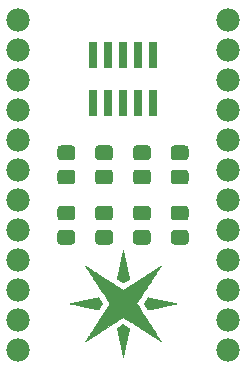
<source format=gts>
G04 #@! TF.GenerationSoftware,KiCad,Pcbnew,(5.1.6-0-10_14)*
G04 #@! TF.CreationDate,2020-08-29T20:41:38-05:00*
G04 #@! TF.ProjectId,gen2-jtag-adapter,67656e32-2d6a-4746-9167-2d6164617074,rev?*
G04 #@! TF.SameCoordinates,Original*
G04 #@! TF.FileFunction,Soldermask,Top*
G04 #@! TF.FilePolarity,Negative*
%FSLAX46Y46*%
G04 Gerber Fmt 4.6, Leading zero omitted, Abs format (unit mm)*
G04 Created by KiCad (PCBNEW (5.1.6-0-10_14)) date 2020-08-29 20:41:38*
%MOMM*%
%LPD*%
G01*
G04 APERTURE LIST*
%ADD10C,0.010000*%
%ADD11C,1.979600*%
%ADD12R,0.800000X2.200000*%
G04 APERTURE END LIST*
D10*
G36*
X110226912Y-93489704D02*
G01*
X110247395Y-93501928D01*
X110278712Y-93521423D01*
X110318672Y-93546759D01*
X110365082Y-93576503D01*
X110415750Y-93609222D01*
X110468482Y-93643486D01*
X110521086Y-93677860D01*
X110571370Y-93710914D01*
X110617141Y-93741214D01*
X110656207Y-93767330D01*
X110686374Y-93787828D01*
X110705451Y-93801277D01*
X110711315Y-93806113D01*
X110710004Y-93816164D01*
X110705256Y-93841926D01*
X110697456Y-93881510D01*
X110686990Y-93933022D01*
X110674244Y-93994573D01*
X110659604Y-94064271D01*
X110643457Y-94140224D01*
X110636447Y-94172934D01*
X110617712Y-94260191D01*
X110598467Y-94349886D01*
X110579430Y-94438672D01*
X110561317Y-94523201D01*
X110544846Y-94600127D01*
X110530734Y-94666104D01*
X110519784Y-94717375D01*
X110511132Y-94757874D01*
X110499120Y-94813994D01*
X110484174Y-94883745D01*
X110466722Y-94965137D01*
X110447192Y-95056179D01*
X110426009Y-95154882D01*
X110403601Y-95259255D01*
X110380395Y-95367308D01*
X110356818Y-95477051D01*
X110344705Y-95533417D01*
X110322363Y-95637576D01*
X110301168Y-95736782D01*
X110281421Y-95829599D01*
X110263424Y-95914593D01*
X110247479Y-95990326D01*
X110233886Y-96055363D01*
X110222948Y-96108268D01*
X110214965Y-96147606D01*
X110210239Y-96171940D01*
X110209007Y-96179676D01*
X110205585Y-96192520D01*
X110202142Y-96194539D01*
X110197565Y-96186311D01*
X110190567Y-96164067D01*
X110182201Y-96131470D01*
X110175616Y-96102216D01*
X110163370Y-96044846D01*
X110147765Y-95971966D01*
X110129253Y-95885675D01*
X110108283Y-95788070D01*
X110085307Y-95681249D01*
X110060774Y-95567310D01*
X110042602Y-95482978D01*
X110026760Y-95409420D01*
X110008831Y-95326065D01*
X109990356Y-95240082D01*
X109972875Y-95158645D01*
X109960341Y-95100177D01*
X109945292Y-95029929D01*
X109928670Y-94952354D01*
X109911864Y-94873938D01*
X109896267Y-94801170D01*
X109885061Y-94748900D01*
X109875400Y-94703841D01*
X109862597Y-94644128D01*
X109847287Y-94572722D01*
X109830105Y-94492583D01*
X109811686Y-94406671D01*
X109792663Y-94317947D01*
X109773673Y-94229371D01*
X109768447Y-94204994D01*
X109751224Y-94124408D01*
X109735233Y-94049100D01*
X109720861Y-93980931D01*
X109708497Y-93921760D01*
X109698528Y-93873451D01*
X109691341Y-93837863D01*
X109687324Y-93816858D01*
X109686595Y-93811959D01*
X109693900Y-93804561D01*
X109714642Y-93788703D01*
X109747063Y-93765598D01*
X109789406Y-93736461D01*
X109839911Y-93702506D01*
X109896822Y-93664949D01*
X109940937Y-93636255D01*
X110195278Y-93471807D01*
X110226912Y-93489704D01*
G37*
X110226912Y-93489704D02*
X110247395Y-93501928D01*
X110278712Y-93521423D01*
X110318672Y-93546759D01*
X110365082Y-93576503D01*
X110415750Y-93609222D01*
X110468482Y-93643486D01*
X110521086Y-93677860D01*
X110571370Y-93710914D01*
X110617141Y-93741214D01*
X110656207Y-93767330D01*
X110686374Y-93787828D01*
X110705451Y-93801277D01*
X110711315Y-93806113D01*
X110710004Y-93816164D01*
X110705256Y-93841926D01*
X110697456Y-93881510D01*
X110686990Y-93933022D01*
X110674244Y-93994573D01*
X110659604Y-94064271D01*
X110643457Y-94140224D01*
X110636447Y-94172934D01*
X110617712Y-94260191D01*
X110598467Y-94349886D01*
X110579430Y-94438672D01*
X110561317Y-94523201D01*
X110544846Y-94600127D01*
X110530734Y-94666104D01*
X110519784Y-94717375D01*
X110511132Y-94757874D01*
X110499120Y-94813994D01*
X110484174Y-94883745D01*
X110466722Y-94965137D01*
X110447192Y-95056179D01*
X110426009Y-95154882D01*
X110403601Y-95259255D01*
X110380395Y-95367308D01*
X110356818Y-95477051D01*
X110344705Y-95533417D01*
X110322363Y-95637576D01*
X110301168Y-95736782D01*
X110281421Y-95829599D01*
X110263424Y-95914593D01*
X110247479Y-95990326D01*
X110233886Y-96055363D01*
X110222948Y-96108268D01*
X110214965Y-96147606D01*
X110210239Y-96171940D01*
X110209007Y-96179676D01*
X110205585Y-96192520D01*
X110202142Y-96194539D01*
X110197565Y-96186311D01*
X110190567Y-96164067D01*
X110182201Y-96131470D01*
X110175616Y-96102216D01*
X110163370Y-96044846D01*
X110147765Y-95971966D01*
X110129253Y-95885675D01*
X110108283Y-95788070D01*
X110085307Y-95681249D01*
X110060774Y-95567310D01*
X110042602Y-95482978D01*
X110026760Y-95409420D01*
X110008831Y-95326065D01*
X109990356Y-95240082D01*
X109972875Y-95158645D01*
X109960341Y-95100177D01*
X109945292Y-95029929D01*
X109928670Y-94952354D01*
X109911864Y-94873938D01*
X109896267Y-94801170D01*
X109885061Y-94748900D01*
X109875400Y-94703841D01*
X109862597Y-94644128D01*
X109847287Y-94572722D01*
X109830105Y-94492583D01*
X109811686Y-94406671D01*
X109792663Y-94317947D01*
X109773673Y-94229371D01*
X109768447Y-94204994D01*
X109751224Y-94124408D01*
X109735233Y-94049100D01*
X109720861Y-93980931D01*
X109708497Y-93921760D01*
X109698528Y-93873451D01*
X109691341Y-93837863D01*
X109687324Y-93816858D01*
X109686595Y-93811959D01*
X109693900Y-93804561D01*
X109714642Y-93788703D01*
X109747063Y-93765598D01*
X109789406Y-93736461D01*
X109839911Y-93702506D01*
X109896822Y-93664949D01*
X109940937Y-93636255D01*
X110195278Y-93471807D01*
X110226912Y-93489704D01*
G36*
X113372071Y-88530904D02*
G01*
X113359915Y-88551737D01*
X113340792Y-88582986D01*
X113316137Y-88622312D01*
X113287384Y-88667377D01*
X113283142Y-88673966D01*
X113261188Y-88708004D01*
X113230285Y-88755879D01*
X113191266Y-88816301D01*
X113144965Y-88887981D01*
X113092216Y-88969628D01*
X113033853Y-89059953D01*
X112970709Y-89157666D01*
X112903617Y-89261478D01*
X112833413Y-89370099D01*
X112760928Y-89482239D01*
X112686997Y-89596609D01*
X112612454Y-89711918D01*
X112538132Y-89826878D01*
X112464866Y-89940199D01*
X112393487Y-90050590D01*
X112324831Y-90156763D01*
X112259731Y-90257427D01*
X112199021Y-90351294D01*
X112143534Y-90437072D01*
X112094104Y-90513473D01*
X112051564Y-90579207D01*
X112037370Y-90601134D01*
X111987004Y-90678952D01*
X111933210Y-90762091D01*
X111878295Y-90846983D01*
X111824567Y-90930062D01*
X111774333Y-91007760D01*
X111729898Y-91076512D01*
X111702423Y-91119042D01*
X111658032Y-91187754D01*
X111609223Y-91263269D01*
X111559084Y-91340816D01*
X111510698Y-91415622D01*
X111467152Y-91482917D01*
X111444713Y-91517577D01*
X111326618Y-91699942D01*
X111601831Y-92125556D01*
X111655085Y-92207902D01*
X111707201Y-92288468D01*
X111757026Y-92365472D01*
X111803407Y-92437136D01*
X111845193Y-92501678D01*
X111881231Y-92557318D01*
X111910367Y-92602276D01*
X111931450Y-92634771D01*
X111938582Y-92645744D01*
X111962652Y-92682808D01*
X111993871Y-92730985D01*
X112029630Y-92786247D01*
X112067323Y-92844563D01*
X112104342Y-92901904D01*
X112110502Y-92911454D01*
X112131431Y-92943883D01*
X112161267Y-92990086D01*
X112199135Y-93048708D01*
X112244160Y-93118397D01*
X112295467Y-93197798D01*
X112352182Y-93285558D01*
X112413430Y-93380324D01*
X112478336Y-93480740D01*
X112546024Y-93585455D01*
X112615621Y-93693113D01*
X112686252Y-93802363D01*
X112704235Y-93830177D01*
X112798926Y-93976635D01*
X112884315Y-94108712D01*
X112960880Y-94227154D01*
X113029098Y-94332706D01*
X113089447Y-94426114D01*
X113142406Y-94508126D01*
X113188453Y-94579488D01*
X113228065Y-94640944D01*
X113261720Y-94693243D01*
X113289897Y-94737129D01*
X113313074Y-94773349D01*
X113331728Y-94802649D01*
X113346338Y-94825776D01*
X113357381Y-94843475D01*
X113365336Y-94856493D01*
X113370680Y-94865576D01*
X113373893Y-94871469D01*
X113375450Y-94874921D01*
X113375832Y-94876675D01*
X113375515Y-94877479D01*
X113375292Y-94877709D01*
X113366763Y-94874749D01*
X113347514Y-94863757D01*
X113321572Y-94847049D01*
X113319399Y-94845583D01*
X113301931Y-94833996D01*
X113270921Y-94813689D01*
X113227968Y-94785700D01*
X113174673Y-94751068D01*
X113112635Y-94710830D01*
X113043455Y-94666025D01*
X112968732Y-94617691D01*
X112890067Y-94566867D01*
X112848085Y-94539766D01*
X112755700Y-94480137D01*
X112656432Y-94416047D01*
X112553488Y-94349567D01*
X112450076Y-94282771D01*
X112349405Y-94217730D01*
X112254682Y-94156517D01*
X112169116Y-94101204D01*
X112105000Y-94059740D01*
X112029512Y-94010918D01*
X111942142Y-93954424D01*
X111846140Y-93892357D01*
X111744755Y-93826818D01*
X111641238Y-93759909D01*
X111538839Y-93693729D01*
X111440806Y-93630381D01*
X111366418Y-93582318D01*
X111271501Y-93520993D01*
X111167217Y-93453612D01*
X111057234Y-93382543D01*
X110945219Y-93310156D01*
X110834838Y-93238823D01*
X110729760Y-93170912D01*
X110633652Y-93108793D01*
X110575265Y-93071052D01*
X110198438Y-92827465D01*
X110003314Y-92954047D01*
X109950419Y-92988339D01*
X109885512Y-93030382D01*
X109811716Y-93078154D01*
X109732154Y-93129635D01*
X109649949Y-93182805D01*
X109568223Y-93235643D01*
X109490099Y-93286129D01*
X109488439Y-93287201D01*
X109410785Y-93337371D01*
X109329760Y-93389724D01*
X109248428Y-93442281D01*
X109169852Y-93493061D01*
X109097096Y-93540084D01*
X109033224Y-93581370D01*
X108981299Y-93614940D01*
X108979539Y-93616079D01*
X108775864Y-93747779D01*
X108586778Y-93870048D01*
X108411739Y-93983232D01*
X108250207Y-94087679D01*
X108101640Y-94183737D01*
X107965500Y-94271754D01*
X107841244Y-94352077D01*
X107728333Y-94425054D01*
X107626226Y-94491033D01*
X107534383Y-94550360D01*
X107452262Y-94603384D01*
X107379323Y-94650453D01*
X107315026Y-94691914D01*
X107258830Y-94728114D01*
X107210195Y-94759402D01*
X107168579Y-94786125D01*
X107133443Y-94808630D01*
X107104246Y-94827265D01*
X107080447Y-94842379D01*
X107061506Y-94854318D01*
X107046882Y-94863430D01*
X107036034Y-94870063D01*
X107028423Y-94874564D01*
X107023507Y-94877281D01*
X107020746Y-94878562D01*
X107019599Y-94878754D01*
X107019525Y-94878206D01*
X107019985Y-94877263D01*
X107020438Y-94876276D01*
X107020496Y-94875939D01*
X107025219Y-94867553D01*
X107038630Y-94845849D01*
X107059597Y-94812608D01*
X107086985Y-94769615D01*
X107119659Y-94718649D01*
X107156487Y-94661494D01*
X107185622Y-94616454D01*
X107220452Y-94562673D01*
X107263639Y-94495954D01*
X107313764Y-94418488D01*
X107369409Y-94332468D01*
X107429156Y-94240087D01*
X107491586Y-94143538D01*
X107555283Y-94045013D01*
X107618827Y-93946704D01*
X107680801Y-93850806D01*
X107682490Y-93848191D01*
X107745625Y-93750491D01*
X107811322Y-93648838D01*
X107878025Y-93545641D01*
X107944177Y-93443307D01*
X108008220Y-93344244D01*
X108068599Y-93250862D01*
X108123755Y-93165568D01*
X108172133Y-93090771D01*
X108209476Y-93033049D01*
X108322156Y-92858883D01*
X108425362Y-92699302D01*
X108519431Y-92553785D01*
X108604698Y-92421807D01*
X108681499Y-92302845D01*
X108750171Y-92196377D01*
X108811048Y-92101879D01*
X108864467Y-92018828D01*
X108910764Y-91946700D01*
X108950275Y-91884973D01*
X108983335Y-91833124D01*
X109010281Y-91790628D01*
X109031448Y-91756964D01*
X109047173Y-91731607D01*
X109057790Y-91714035D01*
X109063636Y-91703725D01*
X109065106Y-91700304D01*
X109060357Y-91691165D01*
X109046737Y-91668407D01*
X109025184Y-91633518D01*
X108996637Y-91587986D01*
X108962034Y-91533303D01*
X108922315Y-91470955D01*
X108878419Y-91402432D01*
X108831283Y-91329222D01*
X108825065Y-91319592D01*
X108555310Y-90901985D01*
X108278399Y-90473472D01*
X107997031Y-90038229D01*
X107880520Y-89858049D01*
X107823410Y-89769731D01*
X107762284Y-89675189D01*
X107699234Y-89577661D01*
X107636352Y-89480383D01*
X107575730Y-89386592D01*
X107519460Y-89299524D01*
X107469635Y-89222415D01*
X107443858Y-89182517D01*
X107395610Y-89107851D01*
X107344801Y-89029256D01*
X107293615Y-88950110D01*
X107244238Y-88873790D01*
X107198854Y-88803674D01*
X107159649Y-88743139D01*
X107138683Y-88710790D01*
X107105809Y-88659789D01*
X107076661Y-88613991D01*
X107052540Y-88575488D01*
X107034743Y-88546369D01*
X107024572Y-88528724D01*
X107022702Y-88524295D01*
X107030819Y-88528013D01*
X107051686Y-88540138D01*
X107082962Y-88559236D01*
X107122307Y-88583875D01*
X107167380Y-88612622D01*
X107173966Y-88616862D01*
X107214252Y-88642843D01*
X107268018Y-88677540D01*
X107333614Y-88719887D01*
X107409393Y-88768820D01*
X107493705Y-88823273D01*
X107584903Y-88882181D01*
X107681338Y-88944479D01*
X107781361Y-89009102D01*
X107883324Y-89074985D01*
X107985578Y-89141062D01*
X108086476Y-89206269D01*
X108184368Y-89269540D01*
X108277606Y-89329810D01*
X108364541Y-89386015D01*
X108443526Y-89437088D01*
X108512912Y-89481965D01*
X108565212Y-89515804D01*
X108617101Y-89549372D01*
X108681699Y-89591143D01*
X108756581Y-89639551D01*
X108839322Y-89693027D01*
X108927496Y-89750005D01*
X109018678Y-89808918D01*
X109110443Y-89868197D01*
X109200366Y-89926276D01*
X109227234Y-89943628D01*
X109318021Y-90002270D01*
X109412940Y-90063606D01*
X109509317Y-90125908D01*
X109604479Y-90187445D01*
X109695751Y-90246488D01*
X109780461Y-90301308D01*
X109855934Y-90350176D01*
X109919497Y-90391363D01*
X109930901Y-90398757D01*
X110197724Y-90571783D01*
X110282177Y-90517547D01*
X110311307Y-90498809D01*
X110354080Y-90471252D01*
X110409014Y-90435833D01*
X110474622Y-90393511D01*
X110549420Y-90345246D01*
X110631923Y-90291995D01*
X110720648Y-90234719D01*
X110814108Y-90174375D01*
X110910820Y-90111923D01*
X111009299Y-90048321D01*
X111108059Y-89984528D01*
X111205617Y-89921502D01*
X111300488Y-89860203D01*
X111391186Y-89801590D01*
X111476228Y-89746620D01*
X111554128Y-89696254D01*
X111623403Y-89651449D01*
X111659149Y-89628321D01*
X111722106Y-89587591D01*
X111797789Y-89538647D01*
X111883787Y-89483046D01*
X111977693Y-89422344D01*
X112077098Y-89358099D01*
X112179592Y-89291868D01*
X112282766Y-89225207D01*
X112384212Y-89159674D01*
X112474290Y-89101494D01*
X112567685Y-89041169D01*
X112661679Y-88980440D01*
X112754343Y-88920554D01*
X112843751Y-88862756D01*
X112927975Y-88808294D01*
X113005088Y-88758414D01*
X113073162Y-88714363D01*
X113130270Y-88677385D01*
X113174484Y-88648729D01*
X113180324Y-88644940D01*
X113232617Y-88611187D01*
X113279739Y-88581113D01*
X113319654Y-88555988D01*
X113350325Y-88537084D01*
X113369718Y-88525673D01*
X113375827Y-88522825D01*
X113372071Y-88530904D01*
G37*
X113372071Y-88530904D02*
X113359915Y-88551737D01*
X113340792Y-88582986D01*
X113316137Y-88622312D01*
X113287384Y-88667377D01*
X113283142Y-88673966D01*
X113261188Y-88708004D01*
X113230285Y-88755879D01*
X113191266Y-88816301D01*
X113144965Y-88887981D01*
X113092216Y-88969628D01*
X113033853Y-89059953D01*
X112970709Y-89157666D01*
X112903617Y-89261478D01*
X112833413Y-89370099D01*
X112760928Y-89482239D01*
X112686997Y-89596609D01*
X112612454Y-89711918D01*
X112538132Y-89826878D01*
X112464866Y-89940199D01*
X112393487Y-90050590D01*
X112324831Y-90156763D01*
X112259731Y-90257427D01*
X112199021Y-90351294D01*
X112143534Y-90437072D01*
X112094104Y-90513473D01*
X112051564Y-90579207D01*
X112037370Y-90601134D01*
X111987004Y-90678952D01*
X111933210Y-90762091D01*
X111878295Y-90846983D01*
X111824567Y-90930062D01*
X111774333Y-91007760D01*
X111729898Y-91076512D01*
X111702423Y-91119042D01*
X111658032Y-91187754D01*
X111609223Y-91263269D01*
X111559084Y-91340816D01*
X111510698Y-91415622D01*
X111467152Y-91482917D01*
X111444713Y-91517577D01*
X111326618Y-91699942D01*
X111601831Y-92125556D01*
X111655085Y-92207902D01*
X111707201Y-92288468D01*
X111757026Y-92365472D01*
X111803407Y-92437136D01*
X111845193Y-92501678D01*
X111881231Y-92557318D01*
X111910367Y-92602276D01*
X111931450Y-92634771D01*
X111938582Y-92645744D01*
X111962652Y-92682808D01*
X111993871Y-92730985D01*
X112029630Y-92786247D01*
X112067323Y-92844563D01*
X112104342Y-92901904D01*
X112110502Y-92911454D01*
X112131431Y-92943883D01*
X112161267Y-92990086D01*
X112199135Y-93048708D01*
X112244160Y-93118397D01*
X112295467Y-93197798D01*
X112352182Y-93285558D01*
X112413430Y-93380324D01*
X112478336Y-93480740D01*
X112546024Y-93585455D01*
X112615621Y-93693113D01*
X112686252Y-93802363D01*
X112704235Y-93830177D01*
X112798926Y-93976635D01*
X112884315Y-94108712D01*
X112960880Y-94227154D01*
X113029098Y-94332706D01*
X113089447Y-94426114D01*
X113142406Y-94508126D01*
X113188453Y-94579488D01*
X113228065Y-94640944D01*
X113261720Y-94693243D01*
X113289897Y-94737129D01*
X113313074Y-94773349D01*
X113331728Y-94802649D01*
X113346338Y-94825776D01*
X113357381Y-94843475D01*
X113365336Y-94856493D01*
X113370680Y-94865576D01*
X113373893Y-94871469D01*
X113375450Y-94874921D01*
X113375832Y-94876675D01*
X113375515Y-94877479D01*
X113375292Y-94877709D01*
X113366763Y-94874749D01*
X113347514Y-94863757D01*
X113321572Y-94847049D01*
X113319399Y-94845583D01*
X113301931Y-94833996D01*
X113270921Y-94813689D01*
X113227968Y-94785700D01*
X113174673Y-94751068D01*
X113112635Y-94710830D01*
X113043455Y-94666025D01*
X112968732Y-94617691D01*
X112890067Y-94566867D01*
X112848085Y-94539766D01*
X112755700Y-94480137D01*
X112656432Y-94416047D01*
X112553488Y-94349567D01*
X112450076Y-94282771D01*
X112349405Y-94217730D01*
X112254682Y-94156517D01*
X112169116Y-94101204D01*
X112105000Y-94059740D01*
X112029512Y-94010918D01*
X111942142Y-93954424D01*
X111846140Y-93892357D01*
X111744755Y-93826818D01*
X111641238Y-93759909D01*
X111538839Y-93693729D01*
X111440806Y-93630381D01*
X111366418Y-93582318D01*
X111271501Y-93520993D01*
X111167217Y-93453612D01*
X111057234Y-93382543D01*
X110945219Y-93310156D01*
X110834838Y-93238823D01*
X110729760Y-93170912D01*
X110633652Y-93108793D01*
X110575265Y-93071052D01*
X110198438Y-92827465D01*
X110003314Y-92954047D01*
X109950419Y-92988339D01*
X109885512Y-93030382D01*
X109811716Y-93078154D01*
X109732154Y-93129635D01*
X109649949Y-93182805D01*
X109568223Y-93235643D01*
X109490099Y-93286129D01*
X109488439Y-93287201D01*
X109410785Y-93337371D01*
X109329760Y-93389724D01*
X109248428Y-93442281D01*
X109169852Y-93493061D01*
X109097096Y-93540084D01*
X109033224Y-93581370D01*
X108981299Y-93614940D01*
X108979539Y-93616079D01*
X108775864Y-93747779D01*
X108586778Y-93870048D01*
X108411739Y-93983232D01*
X108250207Y-94087679D01*
X108101640Y-94183737D01*
X107965500Y-94271754D01*
X107841244Y-94352077D01*
X107728333Y-94425054D01*
X107626226Y-94491033D01*
X107534383Y-94550360D01*
X107452262Y-94603384D01*
X107379323Y-94650453D01*
X107315026Y-94691914D01*
X107258830Y-94728114D01*
X107210195Y-94759402D01*
X107168579Y-94786125D01*
X107133443Y-94808630D01*
X107104246Y-94827265D01*
X107080447Y-94842379D01*
X107061506Y-94854318D01*
X107046882Y-94863430D01*
X107036034Y-94870063D01*
X107028423Y-94874564D01*
X107023507Y-94877281D01*
X107020746Y-94878562D01*
X107019599Y-94878754D01*
X107019525Y-94878206D01*
X107019985Y-94877263D01*
X107020438Y-94876276D01*
X107020496Y-94875939D01*
X107025219Y-94867553D01*
X107038630Y-94845849D01*
X107059597Y-94812608D01*
X107086985Y-94769615D01*
X107119659Y-94718649D01*
X107156487Y-94661494D01*
X107185622Y-94616454D01*
X107220452Y-94562673D01*
X107263639Y-94495954D01*
X107313764Y-94418488D01*
X107369409Y-94332468D01*
X107429156Y-94240087D01*
X107491586Y-94143538D01*
X107555283Y-94045013D01*
X107618827Y-93946704D01*
X107680801Y-93850806D01*
X107682490Y-93848191D01*
X107745625Y-93750491D01*
X107811322Y-93648838D01*
X107878025Y-93545641D01*
X107944177Y-93443307D01*
X108008220Y-93344244D01*
X108068599Y-93250862D01*
X108123755Y-93165568D01*
X108172133Y-93090771D01*
X108209476Y-93033049D01*
X108322156Y-92858883D01*
X108425362Y-92699302D01*
X108519431Y-92553785D01*
X108604698Y-92421807D01*
X108681499Y-92302845D01*
X108750171Y-92196377D01*
X108811048Y-92101879D01*
X108864467Y-92018828D01*
X108910764Y-91946700D01*
X108950275Y-91884973D01*
X108983335Y-91833124D01*
X109010281Y-91790628D01*
X109031448Y-91756964D01*
X109047173Y-91731607D01*
X109057790Y-91714035D01*
X109063636Y-91703725D01*
X109065106Y-91700304D01*
X109060357Y-91691165D01*
X109046737Y-91668407D01*
X109025184Y-91633518D01*
X108996637Y-91587986D01*
X108962034Y-91533303D01*
X108922315Y-91470955D01*
X108878419Y-91402432D01*
X108831283Y-91329222D01*
X108825065Y-91319592D01*
X108555310Y-90901985D01*
X108278399Y-90473472D01*
X107997031Y-90038229D01*
X107880520Y-89858049D01*
X107823410Y-89769731D01*
X107762284Y-89675189D01*
X107699234Y-89577661D01*
X107636352Y-89480383D01*
X107575730Y-89386592D01*
X107519460Y-89299524D01*
X107469635Y-89222415D01*
X107443858Y-89182517D01*
X107395610Y-89107851D01*
X107344801Y-89029256D01*
X107293615Y-88950110D01*
X107244238Y-88873790D01*
X107198854Y-88803674D01*
X107159649Y-88743139D01*
X107138683Y-88710790D01*
X107105809Y-88659789D01*
X107076661Y-88613991D01*
X107052540Y-88575488D01*
X107034743Y-88546369D01*
X107024572Y-88528724D01*
X107022702Y-88524295D01*
X107030819Y-88528013D01*
X107051686Y-88540138D01*
X107082962Y-88559236D01*
X107122307Y-88583875D01*
X107167380Y-88612622D01*
X107173966Y-88616862D01*
X107214252Y-88642843D01*
X107268018Y-88677540D01*
X107333614Y-88719887D01*
X107409393Y-88768820D01*
X107493705Y-88823273D01*
X107584903Y-88882181D01*
X107681338Y-88944479D01*
X107781361Y-89009102D01*
X107883324Y-89074985D01*
X107985578Y-89141062D01*
X108086476Y-89206269D01*
X108184368Y-89269540D01*
X108277606Y-89329810D01*
X108364541Y-89386015D01*
X108443526Y-89437088D01*
X108512912Y-89481965D01*
X108565212Y-89515804D01*
X108617101Y-89549372D01*
X108681699Y-89591143D01*
X108756581Y-89639551D01*
X108839322Y-89693027D01*
X108927496Y-89750005D01*
X109018678Y-89808918D01*
X109110443Y-89868197D01*
X109200366Y-89926276D01*
X109227234Y-89943628D01*
X109318021Y-90002270D01*
X109412940Y-90063606D01*
X109509317Y-90125908D01*
X109604479Y-90187445D01*
X109695751Y-90246488D01*
X109780461Y-90301308D01*
X109855934Y-90350176D01*
X109919497Y-90391363D01*
X109930901Y-90398757D01*
X110197724Y-90571783D01*
X110282177Y-90517547D01*
X110311307Y-90498809D01*
X110354080Y-90471252D01*
X110409014Y-90435833D01*
X110474622Y-90393511D01*
X110549420Y-90345246D01*
X110631923Y-90291995D01*
X110720648Y-90234719D01*
X110814108Y-90174375D01*
X110910820Y-90111923D01*
X111009299Y-90048321D01*
X111108059Y-89984528D01*
X111205617Y-89921502D01*
X111300488Y-89860203D01*
X111391186Y-89801590D01*
X111476228Y-89746620D01*
X111554128Y-89696254D01*
X111623403Y-89651449D01*
X111659149Y-89628321D01*
X111722106Y-89587591D01*
X111797789Y-89538647D01*
X111883787Y-89483046D01*
X111977693Y-89422344D01*
X112077098Y-89358099D01*
X112179592Y-89291868D01*
X112282766Y-89225207D01*
X112384212Y-89159674D01*
X112474290Y-89101494D01*
X112567685Y-89041169D01*
X112661679Y-88980440D01*
X112754343Y-88920554D01*
X112843751Y-88862756D01*
X112927975Y-88808294D01*
X113005088Y-88758414D01*
X113073162Y-88714363D01*
X113130270Y-88677385D01*
X113174484Y-88648729D01*
X113180324Y-88644940D01*
X113232617Y-88611187D01*
X113279739Y-88581113D01*
X113319654Y-88555988D01*
X113350325Y-88537084D01*
X113369718Y-88525673D01*
X113375827Y-88522825D01*
X113372071Y-88530904D01*
G36*
X108097621Y-91196740D02*
G01*
X108113480Y-91217890D01*
X108135927Y-91249992D01*
X108163578Y-91290881D01*
X108195047Y-91338394D01*
X108228948Y-91390366D01*
X108263895Y-91444632D01*
X108298503Y-91499027D01*
X108331386Y-91551387D01*
X108361158Y-91599547D01*
X108386433Y-91641343D01*
X108405826Y-91674611D01*
X108417951Y-91697185D01*
X108421447Y-91706843D01*
X108415657Y-91716933D01*
X108401263Y-91740263D01*
X108379455Y-91774954D01*
X108351424Y-91819129D01*
X108318359Y-91870907D01*
X108281452Y-91928412D01*
X108257350Y-91965824D01*
X108211538Y-92036486D01*
X108174252Y-92093129D01*
X108144549Y-92137058D01*
X108121486Y-92169580D01*
X108104120Y-92191998D01*
X108091508Y-92205620D01*
X108082706Y-92211750D01*
X108079222Y-92212406D01*
X108060298Y-92209843D01*
X108031565Y-92204340D01*
X108011276Y-92199861D01*
X107984814Y-92193840D01*
X107945186Y-92185051D01*
X107891798Y-92173367D01*
X107824058Y-92158658D01*
X107741375Y-92140797D01*
X107643156Y-92119657D01*
X107528808Y-92095107D01*
X107397739Y-92067022D01*
X107322234Y-92050861D01*
X107252343Y-92035897D01*
X107167548Y-92017724D01*
X107070556Y-91996926D01*
X106964074Y-91974082D01*
X106850809Y-91949775D01*
X106733468Y-91924584D01*
X106614757Y-91899093D01*
X106497384Y-91873881D01*
X106384057Y-91849530D01*
X106277481Y-91826622D01*
X106180364Y-91805738D01*
X106095413Y-91787459D01*
X106043227Y-91776221D01*
X105993387Y-91765543D01*
X105933887Y-91752884D01*
X105872700Y-91739936D01*
X105824805Y-91729861D01*
X105781200Y-91720384D01*
X105744737Y-91711818D01*
X105718632Y-91704967D01*
X105706100Y-91700635D01*
X105705461Y-91700000D01*
X105713756Y-91696490D01*
X105736497Y-91690243D01*
X105770468Y-91682063D01*
X105812453Y-91672753D01*
X105824805Y-91670138D01*
X105881062Y-91658298D01*
X105942493Y-91645289D01*
X106001122Y-91632805D01*
X106043227Y-91623778D01*
X106088454Y-91614040D01*
X106149565Y-91600890D01*
X106224830Y-91584700D01*
X106312521Y-91565842D01*
X106410908Y-91544688D01*
X106518262Y-91521608D01*
X106632855Y-91496974D01*
X106752957Y-91471159D01*
X106876839Y-91444534D01*
X107002772Y-91417471D01*
X107129027Y-91390340D01*
X107253876Y-91363515D01*
X107375588Y-91337366D01*
X107492436Y-91312265D01*
X107556418Y-91298522D01*
X107650900Y-91278306D01*
X107740248Y-91259340D01*
X107822890Y-91241946D01*
X107897253Y-91226449D01*
X107961763Y-91213173D01*
X108014850Y-91202440D01*
X108054939Y-91194576D01*
X108080459Y-91189904D01*
X108089738Y-91188707D01*
X108097621Y-91196740D01*
G37*
X108097621Y-91196740D02*
X108113480Y-91217890D01*
X108135927Y-91249992D01*
X108163578Y-91290881D01*
X108195047Y-91338394D01*
X108228948Y-91390366D01*
X108263895Y-91444632D01*
X108298503Y-91499027D01*
X108331386Y-91551387D01*
X108361158Y-91599547D01*
X108386433Y-91641343D01*
X108405826Y-91674611D01*
X108417951Y-91697185D01*
X108421447Y-91706843D01*
X108415657Y-91716933D01*
X108401263Y-91740263D01*
X108379455Y-91774954D01*
X108351424Y-91819129D01*
X108318359Y-91870907D01*
X108281452Y-91928412D01*
X108257350Y-91965824D01*
X108211538Y-92036486D01*
X108174252Y-92093129D01*
X108144549Y-92137058D01*
X108121486Y-92169580D01*
X108104120Y-92191998D01*
X108091508Y-92205620D01*
X108082706Y-92211750D01*
X108079222Y-92212406D01*
X108060298Y-92209843D01*
X108031565Y-92204340D01*
X108011276Y-92199861D01*
X107984814Y-92193840D01*
X107945186Y-92185051D01*
X107891798Y-92173367D01*
X107824058Y-92158658D01*
X107741375Y-92140797D01*
X107643156Y-92119657D01*
X107528808Y-92095107D01*
X107397739Y-92067022D01*
X107322234Y-92050861D01*
X107252343Y-92035897D01*
X107167548Y-92017724D01*
X107070556Y-91996926D01*
X106964074Y-91974082D01*
X106850809Y-91949775D01*
X106733468Y-91924584D01*
X106614757Y-91899093D01*
X106497384Y-91873881D01*
X106384057Y-91849530D01*
X106277481Y-91826622D01*
X106180364Y-91805738D01*
X106095413Y-91787459D01*
X106043227Y-91776221D01*
X105993387Y-91765543D01*
X105933887Y-91752884D01*
X105872700Y-91739936D01*
X105824805Y-91729861D01*
X105781200Y-91720384D01*
X105744737Y-91711818D01*
X105718632Y-91704967D01*
X105706100Y-91700635D01*
X105705461Y-91700000D01*
X105713756Y-91696490D01*
X105736497Y-91690243D01*
X105770468Y-91682063D01*
X105812453Y-91672753D01*
X105824805Y-91670138D01*
X105881062Y-91658298D01*
X105942493Y-91645289D01*
X106001122Y-91632805D01*
X106043227Y-91623778D01*
X106088454Y-91614040D01*
X106149565Y-91600890D01*
X106224830Y-91584700D01*
X106312521Y-91565842D01*
X106410908Y-91544688D01*
X106518262Y-91521608D01*
X106632855Y-91496974D01*
X106752957Y-91471159D01*
X106876839Y-91444534D01*
X107002772Y-91417471D01*
X107129027Y-91390340D01*
X107253876Y-91363515D01*
X107375588Y-91337366D01*
X107492436Y-91312265D01*
X107556418Y-91298522D01*
X107650900Y-91278306D01*
X107740248Y-91259340D01*
X107822890Y-91241946D01*
X107897253Y-91226449D01*
X107961763Y-91213173D01*
X108014850Y-91202440D01*
X108054939Y-91194576D01*
X108080459Y-91189904D01*
X108089738Y-91188707D01*
X108097621Y-91196740D01*
G36*
X112314069Y-91187308D02*
G01*
X112326678Y-91189567D01*
X112347075Y-91193556D01*
X112376129Y-91199460D01*
X112414705Y-91207462D01*
X112463669Y-91217745D01*
X112523890Y-91230493D01*
X112596232Y-91245890D01*
X112681563Y-91264120D01*
X112780749Y-91285365D01*
X112894657Y-91309810D01*
X113024153Y-91337638D01*
X113170103Y-91369033D01*
X113221879Y-91380175D01*
X113327871Y-91402985D01*
X113431495Y-91425280D01*
X113530953Y-91446672D01*
X113624450Y-91466777D01*
X113710188Y-91485207D01*
X113786370Y-91501577D01*
X113851200Y-91515500D01*
X113902879Y-91526589D01*
X113939611Y-91534460D01*
X113951454Y-91536991D01*
X113988882Y-91544978D01*
X114040832Y-91556062D01*
X114104204Y-91569583D01*
X114175903Y-91584880D01*
X114252831Y-91601292D01*
X114331890Y-91618159D01*
X114381478Y-91628737D01*
X114453772Y-91644282D01*
X114520169Y-91658794D01*
X114578686Y-91671822D01*
X114627345Y-91682914D01*
X114664163Y-91691621D01*
X114687161Y-91697490D01*
X114694410Y-91700000D01*
X114685925Y-91702850D01*
X114661792Y-91708954D01*
X114623991Y-91717860D01*
X114574503Y-91729118D01*
X114515308Y-91742276D01*
X114448386Y-91756884D01*
X114381478Y-91771262D01*
X114302667Y-91788075D01*
X114224033Y-91804851D01*
X114148675Y-91820929D01*
X114079687Y-91835647D01*
X114020169Y-91848346D01*
X113973217Y-91858364D01*
X113951454Y-91863008D01*
X113922573Y-91869188D01*
X113877878Y-91878773D01*
X113819167Y-91891378D01*
X113748237Y-91906615D01*
X113666884Y-91924100D01*
X113576905Y-91943445D01*
X113480097Y-91964265D01*
X113378258Y-91986172D01*
X113273184Y-92008782D01*
X113221879Y-92019824D01*
X113070324Y-92052433D01*
X112935509Y-92081414D01*
X112816567Y-92106952D01*
X112712632Y-92129230D01*
X112622837Y-92148432D01*
X112546316Y-92164740D01*
X112482202Y-92178340D01*
X112429629Y-92189414D01*
X112387730Y-92198146D01*
X112355638Y-92204720D01*
X112332488Y-92209320D01*
X112317412Y-92212128D01*
X112309544Y-92213329D01*
X112308384Y-92213404D01*
X112301744Y-92206106D01*
X112286605Y-92185387D01*
X112264161Y-92153011D01*
X112235606Y-92110739D01*
X112202134Y-92060335D01*
X112164941Y-92003561D01*
X112137348Y-91960999D01*
X112098455Y-91900507D01*
X112062886Y-91844705D01*
X112031784Y-91795424D01*
X112006289Y-91754492D01*
X111987544Y-91723736D01*
X111976689Y-91704987D01*
X111974397Y-91700000D01*
X111979116Y-91690017D01*
X111992347Y-91667369D01*
X112012698Y-91634195D01*
X112038776Y-91592636D01*
X112069189Y-91544832D01*
X112102545Y-91492922D01*
X112137453Y-91439045D01*
X112172520Y-91385343D01*
X112206354Y-91333954D01*
X112237564Y-91287018D01*
X112264757Y-91246675D01*
X112286541Y-91215065D01*
X112301524Y-91194328D01*
X112308315Y-91186604D01*
X112308384Y-91186595D01*
X112314069Y-91187308D01*
G37*
X112314069Y-91187308D02*
X112326678Y-91189567D01*
X112347075Y-91193556D01*
X112376129Y-91199460D01*
X112414705Y-91207462D01*
X112463669Y-91217745D01*
X112523890Y-91230493D01*
X112596232Y-91245890D01*
X112681563Y-91264120D01*
X112780749Y-91285365D01*
X112894657Y-91309810D01*
X113024153Y-91337638D01*
X113170103Y-91369033D01*
X113221879Y-91380175D01*
X113327871Y-91402985D01*
X113431495Y-91425280D01*
X113530953Y-91446672D01*
X113624450Y-91466777D01*
X113710188Y-91485207D01*
X113786370Y-91501577D01*
X113851200Y-91515500D01*
X113902879Y-91526589D01*
X113939611Y-91534460D01*
X113951454Y-91536991D01*
X113988882Y-91544978D01*
X114040832Y-91556062D01*
X114104204Y-91569583D01*
X114175903Y-91584880D01*
X114252831Y-91601292D01*
X114331890Y-91618159D01*
X114381478Y-91628737D01*
X114453772Y-91644282D01*
X114520169Y-91658794D01*
X114578686Y-91671822D01*
X114627345Y-91682914D01*
X114664163Y-91691621D01*
X114687161Y-91697490D01*
X114694410Y-91700000D01*
X114685925Y-91702850D01*
X114661792Y-91708954D01*
X114623991Y-91717860D01*
X114574503Y-91729118D01*
X114515308Y-91742276D01*
X114448386Y-91756884D01*
X114381478Y-91771262D01*
X114302667Y-91788075D01*
X114224033Y-91804851D01*
X114148675Y-91820929D01*
X114079687Y-91835647D01*
X114020169Y-91848346D01*
X113973217Y-91858364D01*
X113951454Y-91863008D01*
X113922573Y-91869188D01*
X113877878Y-91878773D01*
X113819167Y-91891378D01*
X113748237Y-91906615D01*
X113666884Y-91924100D01*
X113576905Y-91943445D01*
X113480097Y-91964265D01*
X113378258Y-91986172D01*
X113273184Y-92008782D01*
X113221879Y-92019824D01*
X113070324Y-92052433D01*
X112935509Y-92081414D01*
X112816567Y-92106952D01*
X112712632Y-92129230D01*
X112622837Y-92148432D01*
X112546316Y-92164740D01*
X112482202Y-92178340D01*
X112429629Y-92189414D01*
X112387730Y-92198146D01*
X112355638Y-92204720D01*
X112332488Y-92209320D01*
X112317412Y-92212128D01*
X112309544Y-92213329D01*
X112308384Y-92213404D01*
X112301744Y-92206106D01*
X112286605Y-92185387D01*
X112264161Y-92153011D01*
X112235606Y-92110739D01*
X112202134Y-92060335D01*
X112164941Y-92003561D01*
X112137348Y-91960999D01*
X112098455Y-91900507D01*
X112062886Y-91844705D01*
X112031784Y-91795424D01*
X112006289Y-91754492D01*
X111987544Y-91723736D01*
X111976689Y-91704987D01*
X111974397Y-91700000D01*
X111979116Y-91690017D01*
X111992347Y-91667369D01*
X112012698Y-91634195D01*
X112038776Y-91592636D01*
X112069189Y-91544832D01*
X112102545Y-91492922D01*
X112137453Y-91439045D01*
X112172520Y-91385343D01*
X112206354Y-91333954D01*
X112237564Y-91287018D01*
X112264757Y-91246675D01*
X112286541Y-91215065D01*
X112301524Y-91194328D01*
X112308315Y-91186604D01*
X112308384Y-91186595D01*
X112314069Y-91187308D01*
G36*
X110208048Y-87212881D02*
G01*
X110209007Y-87220542D01*
X110210860Y-87231642D01*
X110216219Y-87258913D01*
X110224781Y-87300918D01*
X110236245Y-87356220D01*
X110250310Y-87423383D01*
X110266672Y-87500969D01*
X110285031Y-87587543D01*
X110305085Y-87681667D01*
X110326531Y-87781905D01*
X110344761Y-87866801D01*
X110368375Y-87976619D01*
X110391836Y-88085771D01*
X110414715Y-88192266D01*
X110436585Y-88294113D01*
X110457020Y-88389322D01*
X110475593Y-88475902D01*
X110491875Y-88551863D01*
X110505440Y-88615213D01*
X110515861Y-88663962D01*
X110519840Y-88682624D01*
X110530907Y-88734504D01*
X110545042Y-88800643D01*
X110561528Y-88877684D01*
X110579646Y-88962276D01*
X110598677Y-89051062D01*
X110617903Y-89140691D01*
X110636284Y-89226306D01*
X110652984Y-89304227D01*
X110668441Y-89376679D01*
X110682255Y-89441767D01*
X110694027Y-89497594D01*
X110703358Y-89542263D01*
X110709848Y-89573880D01*
X110713100Y-89590549D01*
X110713404Y-89592610D01*
X110706404Y-89601314D01*
X110688777Y-89614686D01*
X110679627Y-89620561D01*
X110663399Y-89630754D01*
X110634330Y-89649274D01*
X110594701Y-89674658D01*
X110546792Y-89705444D01*
X110492884Y-89740166D01*
X110435257Y-89777362D01*
X110425878Y-89783423D01*
X110369443Y-89819671D01*
X110317701Y-89852466D01*
X110272633Y-89880590D01*
X110236218Y-89902820D01*
X110210437Y-89917937D01*
X110197272Y-89924719D01*
X110196197Y-89924971D01*
X110186557Y-89920070D01*
X110163703Y-89906460D01*
X110129485Y-89885301D01*
X110085757Y-89857759D01*
X110034369Y-89824996D01*
X109977175Y-89788176D01*
X109938794Y-89763289D01*
X109879095Y-89724175D01*
X109824421Y-89687782D01*
X109776573Y-89655353D01*
X109737350Y-89628130D01*
X109708552Y-89607357D01*
X109691980Y-89594276D01*
X109688624Y-89590534D01*
X109689940Y-89579514D01*
X109694706Y-89552750D01*
X109702546Y-89512104D01*
X109713086Y-89459436D01*
X109725950Y-89396605D01*
X109740762Y-89325474D01*
X109757148Y-89247901D01*
X109768224Y-89196028D01*
X109787112Y-89107931D01*
X109806207Y-89018872D01*
X109824875Y-88931804D01*
X109842483Y-88849681D01*
X109858398Y-88775454D01*
X109871986Y-88712077D01*
X109882616Y-88662503D01*
X109885061Y-88651099D01*
X109898555Y-88588155D01*
X109914431Y-88514083D01*
X109931299Y-88435373D01*
X109947769Y-88358510D01*
X109960341Y-88299822D01*
X109975851Y-88227486D01*
X109993621Y-88144712D01*
X110012112Y-88058673D01*
X110029782Y-87976539D01*
X110042602Y-87917021D01*
X110067968Y-87799290D01*
X110092099Y-87687185D01*
X110114544Y-87582801D01*
X110134852Y-87488237D01*
X110152574Y-87405591D01*
X110167259Y-87336960D01*
X110175616Y-87297783D01*
X110184319Y-87259792D01*
X110192447Y-87229391D01*
X110198949Y-87210239D01*
X110202142Y-87205461D01*
X110208048Y-87212881D01*
G37*
X110208048Y-87212881D02*
X110209007Y-87220542D01*
X110210860Y-87231642D01*
X110216219Y-87258913D01*
X110224781Y-87300918D01*
X110236245Y-87356220D01*
X110250310Y-87423383D01*
X110266672Y-87500969D01*
X110285031Y-87587543D01*
X110305085Y-87681667D01*
X110326531Y-87781905D01*
X110344761Y-87866801D01*
X110368375Y-87976619D01*
X110391836Y-88085771D01*
X110414715Y-88192266D01*
X110436585Y-88294113D01*
X110457020Y-88389322D01*
X110475593Y-88475902D01*
X110491875Y-88551863D01*
X110505440Y-88615213D01*
X110515861Y-88663962D01*
X110519840Y-88682624D01*
X110530907Y-88734504D01*
X110545042Y-88800643D01*
X110561528Y-88877684D01*
X110579646Y-88962276D01*
X110598677Y-89051062D01*
X110617903Y-89140691D01*
X110636284Y-89226306D01*
X110652984Y-89304227D01*
X110668441Y-89376679D01*
X110682255Y-89441767D01*
X110694027Y-89497594D01*
X110703358Y-89542263D01*
X110709848Y-89573880D01*
X110713100Y-89590549D01*
X110713404Y-89592610D01*
X110706404Y-89601314D01*
X110688777Y-89614686D01*
X110679627Y-89620561D01*
X110663399Y-89630754D01*
X110634330Y-89649274D01*
X110594701Y-89674658D01*
X110546792Y-89705444D01*
X110492884Y-89740166D01*
X110435257Y-89777362D01*
X110425878Y-89783423D01*
X110369443Y-89819671D01*
X110317701Y-89852466D01*
X110272633Y-89880590D01*
X110236218Y-89902820D01*
X110210437Y-89917937D01*
X110197272Y-89924719D01*
X110196197Y-89924971D01*
X110186557Y-89920070D01*
X110163703Y-89906460D01*
X110129485Y-89885301D01*
X110085757Y-89857759D01*
X110034369Y-89824996D01*
X109977175Y-89788176D01*
X109938794Y-89763289D01*
X109879095Y-89724175D01*
X109824421Y-89687782D01*
X109776573Y-89655353D01*
X109737350Y-89628130D01*
X109708552Y-89607357D01*
X109691980Y-89594276D01*
X109688624Y-89590534D01*
X109689940Y-89579514D01*
X109694706Y-89552750D01*
X109702546Y-89512104D01*
X109713086Y-89459436D01*
X109725950Y-89396605D01*
X109740762Y-89325474D01*
X109757148Y-89247901D01*
X109768224Y-89196028D01*
X109787112Y-89107931D01*
X109806207Y-89018872D01*
X109824875Y-88931804D01*
X109842483Y-88849681D01*
X109858398Y-88775454D01*
X109871986Y-88712077D01*
X109882616Y-88662503D01*
X109885061Y-88651099D01*
X109898555Y-88588155D01*
X109914431Y-88514083D01*
X109931299Y-88435373D01*
X109947769Y-88358510D01*
X109960341Y-88299822D01*
X109975851Y-88227486D01*
X109993621Y-88144712D01*
X110012112Y-88058673D01*
X110029782Y-87976539D01*
X110042602Y-87917021D01*
X110067968Y-87799290D01*
X110092099Y-87687185D01*
X110114544Y-87582801D01*
X110134852Y-87488237D01*
X110152574Y-87405591D01*
X110167259Y-87336960D01*
X110175616Y-87297783D01*
X110184319Y-87259792D01*
X110192447Y-87229391D01*
X110198949Y-87210239D01*
X110202142Y-87205461D01*
X110208048Y-87212881D01*
D11*
X119050000Y-67742000D03*
X119050000Y-70282000D03*
X119050000Y-72822000D03*
X119050000Y-75362000D03*
X119050000Y-77902000D03*
X119050000Y-80442000D03*
X119050000Y-82982000D03*
X119050000Y-85522000D03*
X119050000Y-88062000D03*
X119050000Y-90602000D03*
X119050000Y-93142000D03*
X119050000Y-95682000D03*
X101270000Y-95682000D03*
X101270000Y-93142000D03*
X101270000Y-90602000D03*
X101270000Y-88062000D03*
X101270000Y-85522000D03*
X101270000Y-82982000D03*
X101270000Y-80442000D03*
X101270000Y-77902000D03*
X101270000Y-75362000D03*
X101270000Y-72822000D03*
X101270000Y-70282000D03*
X101270000Y-67742000D03*
D12*
X112740000Y-70700000D03*
X112740000Y-74700000D03*
X111470000Y-70700000D03*
X111470000Y-74700000D03*
X110200000Y-70700000D03*
X110200000Y-74700000D03*
X108930000Y-70700000D03*
X108930000Y-74700000D03*
X107660000Y-70700000D03*
X107660000Y-74700000D03*
G36*
G01*
X114521738Y-85475000D02*
X115478262Y-85475000D01*
G75*
G02*
X115750000Y-85746738I0J-271738D01*
G01*
X115750000Y-86453262D01*
G75*
G02*
X115478262Y-86725000I-271738J0D01*
G01*
X114521738Y-86725000D01*
G75*
G02*
X114250000Y-86453262I0J271738D01*
G01*
X114250000Y-85746738D01*
G75*
G02*
X114521738Y-85475000I271738J0D01*
G01*
G37*
G36*
G01*
X114521738Y-83425000D02*
X115478262Y-83425000D01*
G75*
G02*
X115750000Y-83696738I0J-271738D01*
G01*
X115750000Y-84403262D01*
G75*
G02*
X115478262Y-84675000I-271738J0D01*
G01*
X114521738Y-84675000D01*
G75*
G02*
X114250000Y-84403262I0J271738D01*
G01*
X114250000Y-83696738D01*
G75*
G02*
X114521738Y-83425000I271738J0D01*
G01*
G37*
G36*
G01*
X114521738Y-80375000D02*
X115478262Y-80375000D01*
G75*
G02*
X115750000Y-80646738I0J-271738D01*
G01*
X115750000Y-81353262D01*
G75*
G02*
X115478262Y-81625000I-271738J0D01*
G01*
X114521738Y-81625000D01*
G75*
G02*
X114250000Y-81353262I0J271738D01*
G01*
X114250000Y-80646738D01*
G75*
G02*
X114521738Y-80375000I271738J0D01*
G01*
G37*
G36*
G01*
X114521738Y-78325000D02*
X115478262Y-78325000D01*
G75*
G02*
X115750000Y-78596738I0J-271738D01*
G01*
X115750000Y-79303262D01*
G75*
G02*
X115478262Y-79575000I-271738J0D01*
G01*
X114521738Y-79575000D01*
G75*
G02*
X114250000Y-79303262I0J271738D01*
G01*
X114250000Y-78596738D01*
G75*
G02*
X114521738Y-78325000I271738J0D01*
G01*
G37*
G36*
G01*
X111321738Y-85475000D02*
X112278262Y-85475000D01*
G75*
G02*
X112550000Y-85746738I0J-271738D01*
G01*
X112550000Y-86453262D01*
G75*
G02*
X112278262Y-86725000I-271738J0D01*
G01*
X111321738Y-86725000D01*
G75*
G02*
X111050000Y-86453262I0J271738D01*
G01*
X111050000Y-85746738D01*
G75*
G02*
X111321738Y-85475000I271738J0D01*
G01*
G37*
G36*
G01*
X111321738Y-83425000D02*
X112278262Y-83425000D01*
G75*
G02*
X112550000Y-83696738I0J-271738D01*
G01*
X112550000Y-84403262D01*
G75*
G02*
X112278262Y-84675000I-271738J0D01*
G01*
X111321738Y-84675000D01*
G75*
G02*
X111050000Y-84403262I0J271738D01*
G01*
X111050000Y-83696738D01*
G75*
G02*
X111321738Y-83425000I271738J0D01*
G01*
G37*
G36*
G01*
X111321738Y-80375000D02*
X112278262Y-80375000D01*
G75*
G02*
X112550000Y-80646738I0J-271738D01*
G01*
X112550000Y-81353262D01*
G75*
G02*
X112278262Y-81625000I-271738J0D01*
G01*
X111321738Y-81625000D01*
G75*
G02*
X111050000Y-81353262I0J271738D01*
G01*
X111050000Y-80646738D01*
G75*
G02*
X111321738Y-80375000I271738J0D01*
G01*
G37*
G36*
G01*
X111321738Y-78325000D02*
X112278262Y-78325000D01*
G75*
G02*
X112550000Y-78596738I0J-271738D01*
G01*
X112550000Y-79303262D01*
G75*
G02*
X112278262Y-79575000I-271738J0D01*
G01*
X111321738Y-79575000D01*
G75*
G02*
X111050000Y-79303262I0J271738D01*
G01*
X111050000Y-78596738D01*
G75*
G02*
X111321738Y-78325000I271738J0D01*
G01*
G37*
G36*
G01*
X108121738Y-85475000D02*
X109078262Y-85475000D01*
G75*
G02*
X109350000Y-85746738I0J-271738D01*
G01*
X109350000Y-86453262D01*
G75*
G02*
X109078262Y-86725000I-271738J0D01*
G01*
X108121738Y-86725000D01*
G75*
G02*
X107850000Y-86453262I0J271738D01*
G01*
X107850000Y-85746738D01*
G75*
G02*
X108121738Y-85475000I271738J0D01*
G01*
G37*
G36*
G01*
X108121738Y-83425000D02*
X109078262Y-83425000D01*
G75*
G02*
X109350000Y-83696738I0J-271738D01*
G01*
X109350000Y-84403262D01*
G75*
G02*
X109078262Y-84675000I-271738J0D01*
G01*
X108121738Y-84675000D01*
G75*
G02*
X107850000Y-84403262I0J271738D01*
G01*
X107850000Y-83696738D01*
G75*
G02*
X108121738Y-83425000I271738J0D01*
G01*
G37*
G36*
G01*
X108121738Y-80375000D02*
X109078262Y-80375000D01*
G75*
G02*
X109350000Y-80646738I0J-271738D01*
G01*
X109350000Y-81353262D01*
G75*
G02*
X109078262Y-81625000I-271738J0D01*
G01*
X108121738Y-81625000D01*
G75*
G02*
X107850000Y-81353262I0J271738D01*
G01*
X107850000Y-80646738D01*
G75*
G02*
X108121738Y-80375000I271738J0D01*
G01*
G37*
G36*
G01*
X108121738Y-78325000D02*
X109078262Y-78325000D01*
G75*
G02*
X109350000Y-78596738I0J-271738D01*
G01*
X109350000Y-79303262D01*
G75*
G02*
X109078262Y-79575000I-271738J0D01*
G01*
X108121738Y-79575000D01*
G75*
G02*
X107850000Y-79303262I0J271738D01*
G01*
X107850000Y-78596738D01*
G75*
G02*
X108121738Y-78325000I271738J0D01*
G01*
G37*
G36*
G01*
X104921738Y-85475000D02*
X105878262Y-85475000D01*
G75*
G02*
X106150000Y-85746738I0J-271738D01*
G01*
X106150000Y-86453262D01*
G75*
G02*
X105878262Y-86725000I-271738J0D01*
G01*
X104921738Y-86725000D01*
G75*
G02*
X104650000Y-86453262I0J271738D01*
G01*
X104650000Y-85746738D01*
G75*
G02*
X104921738Y-85475000I271738J0D01*
G01*
G37*
G36*
G01*
X104921738Y-83425000D02*
X105878262Y-83425000D01*
G75*
G02*
X106150000Y-83696738I0J-271738D01*
G01*
X106150000Y-84403262D01*
G75*
G02*
X105878262Y-84675000I-271738J0D01*
G01*
X104921738Y-84675000D01*
G75*
G02*
X104650000Y-84403262I0J271738D01*
G01*
X104650000Y-83696738D01*
G75*
G02*
X104921738Y-83425000I271738J0D01*
G01*
G37*
G36*
G01*
X104921738Y-80375000D02*
X105878262Y-80375000D01*
G75*
G02*
X106150000Y-80646738I0J-271738D01*
G01*
X106150000Y-81353262D01*
G75*
G02*
X105878262Y-81625000I-271738J0D01*
G01*
X104921738Y-81625000D01*
G75*
G02*
X104650000Y-81353262I0J271738D01*
G01*
X104650000Y-80646738D01*
G75*
G02*
X104921738Y-80375000I271738J0D01*
G01*
G37*
G36*
G01*
X104921738Y-78325000D02*
X105878262Y-78325000D01*
G75*
G02*
X106150000Y-78596738I0J-271738D01*
G01*
X106150000Y-79303262D01*
G75*
G02*
X105878262Y-79575000I-271738J0D01*
G01*
X104921738Y-79575000D01*
G75*
G02*
X104650000Y-79303262I0J271738D01*
G01*
X104650000Y-78596738D01*
G75*
G02*
X104921738Y-78325000I271738J0D01*
G01*
G37*
M02*

</source>
